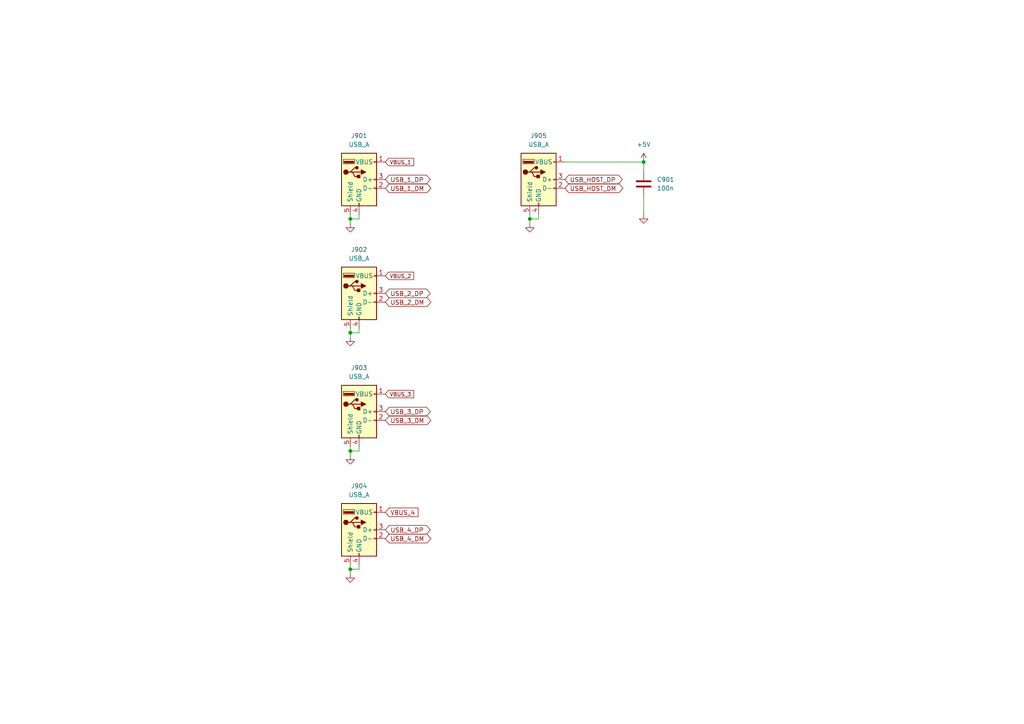
<source format=kicad_sch>
(kicad_sch (version 20230121) (generator eeschema)
  (paper "A4")
  (lib_symbols
    (symbol "Connector:USB_A" (pin_names (offset 1.016))
      (property "Reference" "J" (at -5.08 11.43 0))
      (property "Value" "USB_A" (at -5.08 8.89 0))
      (symbol "USB_A_0_1"
        (rectangle (start -5.08 -7.62) (end 5.08 7.62) (stroke (width 0.254)) (fill (type background)))
        (circle (center -3.81 2.159) (radius 0.635) (stroke (width 0.254)) (fill (type outline)))
        (rectangle (start -1.524 4.826) (end -4.318 5.334) (fill (type outline)))
        (rectangle (start -1.27 4.572) (end -4.572 5.842))
        (circle (center -0.635 3.429) (radius 0.381) (stroke (width 0.254)) (fill (type outline)))
        (rectangle (start -0.127 -7.62) (end 0.127 -6.858))
        (polyline (pts (xy -3.175 2.159) (xy -2.54 2.159) (xy -1.27 3.429) (xy -0.635 3.429)) (stroke (width 0.254)))
        (polyline (pts (xy -2.54 2.159) (xy -1.905 2.159) (xy -1.27 0.889) (xy 0 0.889)) (stroke (width 0.254)))
        (polyline (pts (xy 0.635 2.794) (xy 0.635 1.524) (xy 1.905 2.159) (xy 0.635 2.794)) (stroke (width 0.254)) (fill (type outline)))
        (rectangle (start 0.254 1.27) (end -0.508 0.508) (stroke (width 0.254)) (fill (type outline)))
        (rectangle (start 5.08 -2.667) (end 4.318 -2.413))
        (rectangle (start 5.08 -0.127) (end 4.318 0.127))
        (rectangle (start 5.08 4.953) (end 4.318 5.207))
      )
      (symbol "USB_A_1_1"
        (polyline (pts (xy -1.905 2.159) (xy 0.635 2.159)) (stroke (width 0.254)))
        (pin power_in line (at 7.62 5.08 180) (length 2.54) (name "VBUS") (number "1"))
        (pin bidirectional line (at 7.62 -2.54 180) (length 2.54) (name "D-") (number "2"))
        (pin bidirectional line (at 7.62 0 180) (length 2.54) (name "D+") (number "3"))
        (pin power_in line (at 0 -10.16 90) (length 2.54) (name "GND") (number "4"))
        (pin passive line (at -2.54 -10.16 90) (length 2.54) (name "Shield") (number "5"))
      )
    )
    (symbol "Device:C" (pin_numbers hide) (pin_names (offset 0.254))
      (property "Reference" "C" (at 0.635 2.54 0))
      (property "Value" "C" (at 0.635 -2.54 0))
      (symbol "C_0_1"
        (polyline (pts (xy -2.032 -0.762) (xy 2.032 -0.762)) (stroke (width 0.508)))
        (polyline (pts (xy -2.032 0.762) (xy 2.032 0.762)) (stroke (width 0.508)))
      )
      (symbol "C_1_1"
        (pin passive line (at 0 3.81 270) (length 2.794) (name "~") (number "1"))
        (pin passive line (at 0 -3.81 90) (length 2.794) (name "~") (number "2"))
      )
    )
    (symbol "power:+5V" (power) (pin_names (offset 0))
      (property "Value" "+5V" (at 0 3.556 0))
      (symbol "+5V_0_1"
        (polyline (pts (xy -0.762 1.27) (xy 0 2.54)))
        (polyline (pts (xy 0 0) (xy 0 2.54)))
        (polyline (pts (xy 0 2.54) (xy 0.762 1.27)))
      )
      (symbol "+5V_1_1"
        (pin power_in line (at 0 0 90) (length 0) hide (name "+5V") (number "1"))
      )
    )
    (symbol "power:GND" (power) (pin_names (offset 0))
      (property "Value" "GND" (at 0 -3.81 0))
      (symbol "GND_0_1"
        (polyline (pts (xy 0 0) (xy 0 -1.27) (xy 1.27 -1.27) (xy 0 -2.54) (xy -1.27 -1.27) (xy 0 -1.27)))
      )
      (symbol "GND_1_1"
        (pin power_in line (at 0 0 270) (length 0) hide (name "GND") (number "1"))
      )
    )
  )
  (junction (at 101.6 96.52))
  (junction (at 101.6 63.5))
  (junction (at 153.67 63.5))
  (junction (at 101.6 130.81))
  (junction (at 101.6 165.1))
  (junction (at 186.69 46.99))
  (wire (pts (xy 101.6 63.5) (xy 101.6 64.77)))
  (wire (pts (xy 104.14 163.83) (xy 104.14 165.1)))
  (wire (pts (xy 186.69 57.15) (xy 186.69 62.23)))
  (wire (pts (xy 104.14 62.23) (xy 104.14 63.5)))
  (wire (pts (xy 101.6 62.23) (xy 101.6 63.5)))
  (wire (pts (xy 104.14 95.25) (xy 104.14 96.52)))
  (wire (pts (xy 104.14 165.1) (xy 101.6 165.1)))
  (wire (pts (xy 104.14 96.52) (xy 101.6 96.52)))
  (wire (pts (xy 101.6 163.83) (xy 101.6 165.1)))
  (wire (pts (xy 101.6 165.1) (xy 101.6 166.37)))
  (wire (pts (xy 156.21 63.5) (xy 153.67 63.5)))
  (wire (pts (xy 156.21 62.23) (xy 156.21 63.5)))
  (wire (pts (xy 104.14 130.81) (xy 101.6 130.81)))
  (wire (pts (xy 104.14 63.5) (xy 101.6 63.5)))
  (wire (pts (xy 163.83 46.99) (xy 186.69 46.99)))
  (wire (pts (xy 104.14 129.54) (xy 104.14 130.81)))
  (wire (pts (xy 101.6 129.54) (xy 101.6 130.81)))
  (wire (pts (xy 153.67 63.5) (xy 153.67 64.77)))
  (wire (pts (xy 101.6 95.25) (xy 101.6 96.52)))
  (wire (pts (xy 101.6 130.81) (xy 101.6 132.08)))
  (wire (pts (xy 186.69 46.99) (xy 186.69 49.53)))
  (wire (pts (xy 101.6 96.52) (xy 101.6 97.79)))
  (wire (pts (xy 153.67 62.23) (xy 153.67 63.5)))
  (global_label "USB_3_DM" (shape bidirectional) (at 111.76 121.92 0) (property "Intersheetrefs" "${INTERSHEET_REFS}" (effects hide)))
  (global_label "USB_1_DM" (shape bidirectional) (at 111.76 54.61 0) (property "Intersheetrefs" "${INTERSHEET_REFS}" (effects hide)))
  (global_label "USB_2_DM" (shape bidirectional) (at 111.76 87.63 0) (property "Intersheetrefs" "${INTERSHEET_REFS}" (effects hide)))
  (global_label "USB_4_DM" (shape bidirectional) (at 111.76 156.21 0) (property "Intersheetrefs" "${INTERSHEET_REFS}" (effects hide)))
  (global_label "USB_1_DP" (shape bidirectional) (at 111.76 52.07 0) (property "Intersheetrefs" "${INTERSHEET_REFS}" (effects hide)))
  (global_label "VBUS_4" (shape input) (at 111.76 148.59 0) (property "Intersheetrefs" "${INTERSHEET_REFS}" (effects hide)))
  (global_label "VBUS_3" (shape input) (at 111.76 114.3 0) (effects (font (size 1.1 1.1))) (property "Intersheetrefs" "${INTERSHEET_REFS}" (effects hide)))
  (global_label "VBUS_1" (shape input) (at 111.76 46.99 0) (effects (font (size 1.1 1.1))) (property "Intersheetrefs" "${INTERSHEET_REFS}" (effects hide)))
  (global_label "USB_4_DP" (shape bidirectional) (at 111.76 153.67 0) (property "Intersheetrefs" "${INTERSHEET_REFS}" (effects hide)))
  (global_label "USB_HOST_DP" (shape bidirectional) (at 163.83 52.07 0) (property "Intersheetrefs" "${INTERSHEET_REFS}" (effects hide)))
  (global_label "USB_2_DP" (shape bidirectional) (at 111.76 85.09 0) (property "Intersheetrefs" "${INTERSHEET_REFS}" (effects hide)))
  (global_label "VBUS_2" (shape input) (at 111.76 80.01 0) (effects (font (size 1.1 1.1))) (property "Intersheetrefs" "${INTERSHEET_REFS}" (effects hide)))
  (global_label "USB_HOST_DM" (shape bidirectional) (at 163.83 54.61 0) (property "Intersheetrefs" "${INTERSHEET_REFS}" (effects hide)))
  (global_label "USB_3_DP" (shape bidirectional) (at 111.76 119.38 0) (property "Intersheetrefs" "${INTERSHEET_REFS}" (effects hide)))
  (symbol (lib_id "Device:C") (at 186.69 53.34 0) (unit 1)
    (property "Reference" "C901" (at 190.5 52.07 0) (effects (justify left)))
    (property "Value" "100n" (at 190.5 54.61 0) (effects (justify left)))
  )
  (symbol (lib_id "power:GND") (at 101.6 64.77 0) (unit 1)
    (property "Reference" "#PWR0901" (effects hide))
    (property "Value" "GND" (effects hide))
  )
  (symbol (lib_id "Connector:USB_A") (at 104.14 119.38 0) (unit 1)
    (property "Reference" "J903" (at 104.14 106.68 0))
    (property "Value" "USB_A" (at 104.14 109.22 0))
    (property "Datasheet" " ~" (effects hide))
  )
  (symbol (lib_id "power:GND") (at 186.69 62.23 0) (unit 1)
    (property "Reference" "#PWR0907" (effects hide))
    (property "Value" "GND" (effects hide))
  )
  (symbol (lib_id "Connector:USB_A") (at 104.14 153.67 0) (unit 1)
    (property "Reference" "J904" (at 104.14 140.97 0))
    (property "Value" "USB_A" (at 104.14 143.51 0))
    (property "Datasheet" " ~" (effects hide))
  )
  (symbol (lib_id "Connector:USB_A") (at 104.14 52.07 0) (unit 1)
    (property "Reference" "J901" (at 104.14 39.37 0))
    (property "Value" "USB_A" (at 104.14 41.91 0))
    (property "Datasheet" " ~" (effects hide))
  )
  (symbol (lib_id "power:GND") (at 101.6 97.79 0) (unit 1)
    (property "Reference" "#PWR0902" (effects hide))
    (property "Value" "GND" (effects hide))
  )
  (symbol (lib_id "power:+5V") (at 186.69 46.99 0) (unit 1)
    (property "Reference" "#PWR0906" (effects hide))
    (property "Value" "+5V" (at 186.69 41.91 0))
  )
  (symbol (lib_id "power:GND") (at 101.6 166.37 0) (unit 1)
    (property "Reference" "#PWR0904" (effects hide))
    (property "Value" "GND" (effects hide))
  )
  (symbol (lib_id "power:GND") (at 153.67 64.77 0) (unit 1)
    (property "Reference" "#PWR0905" (effects hide))
    (property "Value" "GND" (effects hide))
  )
  (symbol (lib_id "Connector:USB_A") (at 156.21 52.07 0) (unit 1)
    (property "Reference" "J905" (at 156.21 39.37 0))
    (property "Value" "USB_A" (at 156.21 41.91 0))
    (property "Datasheet" " ~" (effects hide))
  )
  (symbol (lib_id "power:GND") (at 101.6 132.08 0) (unit 1)
    (property "Reference" "#PWR0903" (effects hide))
    (property "Value" "GND" (effects hide))
  )
  (symbol (lib_id "Connector:USB_A") (at 104.14 85.09 0) (unit 1)
    (property "Reference" "J902" (at 104.14 72.39 0))
    (property "Value" "USB_A" (at 104.14 74.93 0))
    (property "Datasheet" " ~" (effects hide))
  )
)
</source>
